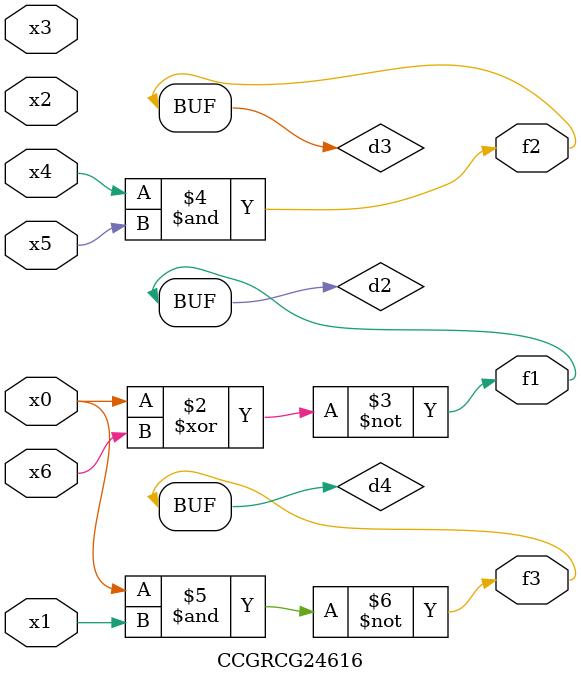
<source format=v>
module CCGRCG24616(
	input x0, x1, x2, x3, x4, x5, x6,
	output f1, f2, f3
);

	wire d1, d2, d3, d4;

	nor (d1, x0);
	xnor (d2, x0, x6);
	and (d3, x4, x5);
	nand (d4, x0, x1);
	assign f1 = d2;
	assign f2 = d3;
	assign f3 = d4;
endmodule

</source>
